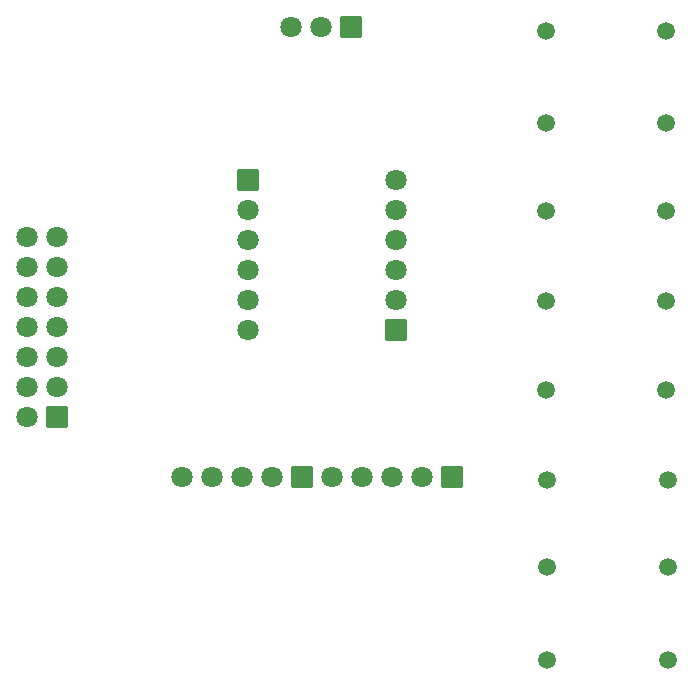
<source format=gts>
G04 Layer: TopSolderMaskLayer*
G04 EasyEDA v6.5.50, 2025-06-12 20:37:31*
G04 aa330ac2ebf7422699210df74fc2b7c5,bdb9141ddcec4d9e81ce16864cc1dc0d,10*
G04 Gerber Generator version 0.2*
G04 Scale: 100 percent, Rotated: No, Reflected: No *
G04 Dimensions in millimeters *
G04 leading zeros omitted , absolute positions ,4 integer and 5 decimal *
%FSLAX45Y45*%
%MOMM*%

%AMMACRO1*4,1,8,-0.871,-0.9008,-0.9007,-0.8708,-0.9007,0.8711,-0.871,0.9008,0.8707,0.9008,0.9007,0.8711,0.9007,-0.8708,0.8707,-0.9008,-0.871,-0.9008,0*%
%AMMACRO2*4,1,8,-0.871,-0.9007,-0.9007,-0.8707,-0.9007,0.871,-0.871,0.9007,0.8707,0.9007,0.9007,0.871,0.9007,-0.8707,0.8707,-0.9007,-0.871,-0.9007,0*%
%AMMACRO3*4,1,8,-0.8707,-0.9,-0.8999,-0.8706,-0.8999,0.8708,-0.8707,0.9,0.8705,0.9,0.8999,0.8708,0.8999,-0.8706,0.8705,-0.9,-0.8707,-0.9,0*%
%ADD10MACRO1*%
%ADD11C,1.8016*%
%ADD12C,1.5016*%
%ADD13MACRO2*%
%ADD14MACRO3*%
%ADD15C,1.8000*%
%ADD16C,0.0145*%

%LPD*%
D10*
G01*
X2438400Y-1663712D03*
D11*
G01*
X2438400Y-1917700D03*
G01*
X2438400Y-2171700D03*
G01*
X2438400Y-2425700D03*
G01*
X2438400Y-2679700D03*
G01*
X2438400Y-2933700D03*
D10*
G01*
X3695700Y-2933712D03*
D11*
G01*
X3695700Y-2679700D03*
G01*
X3695700Y-2425700D03*
G01*
X3695700Y-2171700D03*
G01*
X3695700Y-1917700D03*
G01*
X3695700Y-1663700D03*
D12*
G01*
X4963693Y-406400D03*
G01*
X5983706Y-406400D03*
G01*
X4963693Y-1181100D03*
G01*
X5983706Y-1181100D03*
G01*
X4963693Y-1930400D03*
G01*
X5983706Y-1930400D03*
G01*
X4963693Y-2692400D03*
G01*
X5983706Y-2692400D03*
G01*
X4963693Y-3441700D03*
G01*
X5983706Y-3441700D03*
G01*
X4976393Y-4203700D03*
G01*
X5996406Y-4203700D03*
G01*
X4976393Y-4940300D03*
G01*
X5996406Y-4940300D03*
G01*
X4976393Y-5727700D03*
G01*
X5996406Y-5727700D03*
D13*
G01*
X3314700Y-368300D03*
D11*
G01*
X3060700Y-368300D03*
G01*
X2806700Y-368300D03*
D14*
G01*
X825500Y-3670312D03*
D15*
G01*
X571500Y-3670300D03*
G01*
X825500Y-3416300D03*
G01*
X571500Y-3416300D03*
G01*
X825500Y-3162300D03*
G01*
X571500Y-3162300D03*
G01*
X825500Y-2908300D03*
G01*
X571500Y-2908300D03*
G01*
X825500Y-2654300D03*
G01*
X571500Y-2654300D03*
G01*
X825500Y-2400300D03*
G01*
X571500Y-2400300D03*
G01*
X825500Y-2146300D03*
G01*
X571500Y-2146300D03*
D10*
G01*
X4165600Y-4178312D03*
D11*
G01*
X3911600Y-4178300D03*
G01*
X3657600Y-4178300D03*
G01*
X3403600Y-4178300D03*
G01*
X3149600Y-4178300D03*
D10*
G01*
X2895600Y-4178312D03*
D11*
G01*
X2641600Y-4178300D03*
G01*
X2387600Y-4178300D03*
G01*
X2133600Y-4178300D03*
G01*
X1879600Y-4178300D03*
M02*

</source>
